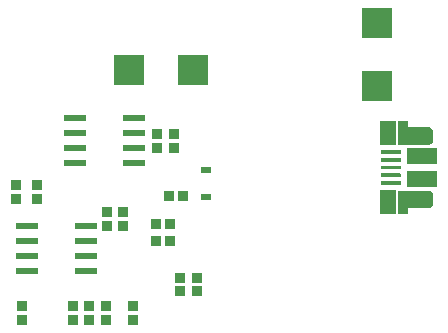
<source format=gbr>
G04 EAGLE Gerber RS-274X export*
G75*
%MOMM*%
%FSLAX34Y34*%
%LPD*%
%INSolderpaste Top*%
%IPPOS*%
%AMOC8*
5,1,8,0,0,1.08239X$1,22.5*%
G01*
%ADD10R,1.981200X0.558800*%
%ADD11R,0.900000X0.850000*%
%ADD12R,0.850000X0.900000*%
%ADD13R,0.830000X0.630000*%
%ADD14R,1.460000X2.000000*%
%ADD15R,2.500000X1.425000*%
%ADD16R,2.499994X2.560397*%
%ADD17R,2.560397X2.499994*%

G36*
X438455Y269897D02*
X438455Y269897D01*
X438486Y269895D01*
X439221Y269978D01*
X439268Y269993D01*
X439331Y270003D01*
X440029Y270247D01*
X440072Y270272D01*
X440132Y270297D01*
X440758Y270690D01*
X440793Y270724D01*
X440846Y270761D01*
X441369Y271284D01*
X441397Y271325D01*
X441440Y271372D01*
X441834Y271998D01*
X441851Y272045D01*
X441883Y272101D01*
X442127Y272799D01*
X442134Y272848D01*
X442152Y272909D01*
X442235Y273644D01*
X442233Y273671D01*
X442238Y273701D01*
X442238Y281067D01*
X442233Y281093D01*
X442235Y281124D01*
X442159Y281802D01*
X442144Y281849D01*
X442133Y281913D01*
X441908Y282557D01*
X441883Y282599D01*
X441859Y282659D01*
X441496Y283237D01*
X441462Y283273D01*
X441425Y283326D01*
X440942Y283809D01*
X440901Y283836D01*
X440853Y283880D01*
X440275Y284243D01*
X440229Y284260D01*
X440173Y284292D01*
X439529Y284517D01*
X439480Y284524D01*
X439418Y284543D01*
X438740Y284619D01*
X438713Y284617D01*
X438683Y284622D01*
X421410Y284622D01*
X421410Y289195D01*
X421409Y289200D01*
X421410Y289205D01*
X421389Y289298D01*
X421371Y289392D01*
X421368Y289396D01*
X421367Y289401D01*
X421311Y289479D01*
X421258Y289557D01*
X421254Y289560D01*
X421251Y289564D01*
X421169Y289615D01*
X421090Y289667D01*
X421085Y289667D01*
X421080Y289670D01*
X420903Y289702D01*
X413029Y289702D01*
X413024Y289701D01*
X413019Y289702D01*
X412926Y289681D01*
X412833Y289663D01*
X412828Y289660D01*
X412823Y289659D01*
X412745Y289603D01*
X412667Y289550D01*
X412664Y289546D01*
X412660Y289543D01*
X412609Y289461D01*
X412557Y289382D01*
X412557Y289377D01*
X412554Y289372D01*
X412522Y289195D01*
X412522Y270399D01*
X412523Y270394D01*
X412522Y270389D01*
X412543Y270296D01*
X412561Y270203D01*
X412564Y270198D01*
X412565Y270193D01*
X412621Y270115D01*
X412674Y270037D01*
X412678Y270034D01*
X412681Y270030D01*
X412763Y269979D01*
X412842Y269927D01*
X412847Y269927D01*
X412852Y269924D01*
X413029Y269892D01*
X438429Y269892D01*
X438455Y269897D01*
G37*
G36*
X420908Y211312D02*
X420908Y211312D01*
X420913Y211311D01*
X421006Y211332D01*
X421100Y211351D01*
X421104Y211354D01*
X421109Y211355D01*
X421187Y211410D01*
X421265Y211464D01*
X421268Y211468D01*
X421272Y211471D01*
X421323Y211552D01*
X421375Y211632D01*
X421375Y211637D01*
X421378Y211641D01*
X421410Y211819D01*
X421410Y216391D01*
X438683Y216391D01*
X438709Y216397D01*
X438740Y216395D01*
X439418Y216471D01*
X439465Y216486D01*
X439529Y216496D01*
X440173Y216722D01*
X440215Y216747D01*
X440275Y216771D01*
X440853Y217134D01*
X440889Y217168D01*
X440942Y217205D01*
X441425Y217688D01*
X441452Y217729D01*
X441496Y217776D01*
X441859Y218354D01*
X441876Y218401D01*
X441908Y218457D01*
X442133Y219101D01*
X442140Y219150D01*
X442159Y219212D01*
X442235Y219890D01*
X442233Y219916D01*
X442238Y219947D01*
X442238Y227313D01*
X442233Y227339D01*
X442235Y227369D01*
X442152Y228104D01*
X442137Y228151D01*
X442127Y228215D01*
X441883Y228913D01*
X441858Y228955D01*
X441834Y229015D01*
X441440Y229641D01*
X441406Y229677D01*
X441369Y229730D01*
X440846Y230253D01*
X440805Y230280D01*
X440758Y230324D01*
X440132Y230717D01*
X440085Y230735D01*
X440029Y230766D01*
X439331Y231011D01*
X439282Y231017D01*
X439221Y231036D01*
X438486Y231119D01*
X438459Y231116D01*
X438429Y231122D01*
X413029Y231122D01*
X413024Y231121D01*
X413019Y231122D01*
X412926Y231101D01*
X412833Y231082D01*
X412828Y231079D01*
X412823Y231078D01*
X412745Y231023D01*
X412667Y230970D01*
X412664Y230965D01*
X412660Y230962D01*
X412609Y230881D01*
X412557Y230802D01*
X412557Y230796D01*
X412554Y230792D01*
X412522Y230615D01*
X412522Y211819D01*
X412523Y211814D01*
X412522Y211808D01*
X412543Y211715D01*
X412561Y211622D01*
X412564Y211618D01*
X412565Y211613D01*
X412621Y211535D01*
X412674Y211456D01*
X412678Y211453D01*
X412681Y211449D01*
X412763Y211399D01*
X412842Y211347D01*
X412847Y211346D01*
X412852Y211343D01*
X413029Y211311D01*
X420903Y211311D01*
X420908Y211312D01*
G37*
G36*
X414603Y262077D02*
X414603Y262077D01*
X414620Y262074D01*
X414669Y262096D01*
X414720Y262111D01*
X414732Y262124D01*
X414747Y262131D01*
X414777Y262176D01*
X414812Y262216D01*
X414815Y262233D01*
X414824Y262248D01*
X414835Y262321D01*
X414835Y264821D01*
X414831Y264835D01*
X414833Y264847D01*
X414832Y264849D01*
X414833Y264854D01*
X414811Y264904D01*
X414796Y264955D01*
X414783Y264966D01*
X414776Y264982D01*
X414731Y265012D01*
X414691Y265047D01*
X414674Y265050D01*
X414660Y265059D01*
X414586Y265070D01*
X398336Y265070D01*
X398320Y265065D01*
X398303Y265068D01*
X398254Y265046D01*
X398202Y265031D01*
X398191Y265018D01*
X398175Y265011D01*
X398145Y264966D01*
X398110Y264926D01*
X398107Y264909D01*
X398098Y264895D01*
X398087Y264821D01*
X398087Y262321D01*
X398092Y262305D01*
X398089Y262288D01*
X398111Y262238D01*
X398126Y262187D01*
X398139Y262176D01*
X398146Y262160D01*
X398191Y262130D01*
X398231Y262095D01*
X398248Y262092D01*
X398263Y262083D01*
X398336Y262072D01*
X414586Y262072D01*
X414603Y262077D01*
G37*
G36*
X414603Y255577D02*
X414603Y255577D01*
X414620Y255574D01*
X414669Y255596D01*
X414720Y255611D01*
X414732Y255624D01*
X414747Y255631D01*
X414777Y255676D01*
X414812Y255716D01*
X414815Y255733D01*
X414824Y255748D01*
X414835Y255821D01*
X414835Y258321D01*
X414831Y258335D01*
X414833Y258347D01*
X414832Y258349D01*
X414833Y258354D01*
X414811Y258404D01*
X414796Y258455D01*
X414783Y258466D01*
X414776Y258482D01*
X414731Y258512D01*
X414691Y258547D01*
X414674Y258550D01*
X414660Y258559D01*
X414586Y258570D01*
X398336Y258570D01*
X398320Y258565D01*
X398303Y258568D01*
X398254Y258546D01*
X398202Y258531D01*
X398191Y258518D01*
X398175Y258511D01*
X398145Y258466D01*
X398110Y258426D01*
X398107Y258409D01*
X398098Y258395D01*
X398087Y258321D01*
X398087Y255821D01*
X398092Y255805D01*
X398089Y255788D01*
X398111Y255738D01*
X398126Y255687D01*
X398139Y255676D01*
X398146Y255660D01*
X398191Y255630D01*
X398231Y255595D01*
X398248Y255592D01*
X398263Y255583D01*
X398336Y255572D01*
X414586Y255572D01*
X414603Y255577D01*
G37*
G36*
X414603Y249077D02*
X414603Y249077D01*
X414620Y249074D01*
X414669Y249096D01*
X414720Y249111D01*
X414732Y249124D01*
X414747Y249131D01*
X414777Y249176D01*
X414812Y249216D01*
X414815Y249233D01*
X414824Y249248D01*
X414835Y249321D01*
X414835Y251821D01*
X414831Y251835D01*
X414833Y251847D01*
X414832Y251849D01*
X414833Y251854D01*
X414811Y251904D01*
X414796Y251955D01*
X414783Y251966D01*
X414776Y251982D01*
X414731Y252012D01*
X414691Y252047D01*
X414674Y252050D01*
X414660Y252059D01*
X414586Y252070D01*
X398336Y252070D01*
X398320Y252065D01*
X398303Y252068D01*
X398254Y252046D01*
X398202Y252031D01*
X398191Y252018D01*
X398175Y252011D01*
X398145Y251966D01*
X398110Y251926D01*
X398107Y251909D01*
X398098Y251895D01*
X398087Y251821D01*
X398087Y249321D01*
X398092Y249305D01*
X398089Y249288D01*
X398111Y249238D01*
X398126Y249187D01*
X398139Y249176D01*
X398146Y249160D01*
X398191Y249130D01*
X398231Y249095D01*
X398248Y249092D01*
X398263Y249083D01*
X398336Y249072D01*
X414586Y249072D01*
X414603Y249077D01*
G37*
G36*
X414603Y242577D02*
X414603Y242577D01*
X414620Y242574D01*
X414669Y242596D01*
X414720Y242611D01*
X414732Y242624D01*
X414747Y242631D01*
X414777Y242676D01*
X414812Y242716D01*
X414815Y242733D01*
X414824Y242748D01*
X414835Y242821D01*
X414835Y245321D01*
X414831Y245335D01*
X414833Y245347D01*
X414832Y245349D01*
X414833Y245354D01*
X414811Y245404D01*
X414796Y245455D01*
X414783Y245466D01*
X414776Y245482D01*
X414731Y245512D01*
X414691Y245547D01*
X414674Y245550D01*
X414660Y245559D01*
X414586Y245570D01*
X398336Y245570D01*
X398320Y245565D01*
X398303Y245568D01*
X398254Y245546D01*
X398202Y245531D01*
X398191Y245518D01*
X398175Y245511D01*
X398145Y245466D01*
X398110Y245426D01*
X398107Y245409D01*
X398098Y245395D01*
X398087Y245321D01*
X398087Y242821D01*
X398092Y242805D01*
X398089Y242788D01*
X398111Y242738D01*
X398126Y242687D01*
X398139Y242676D01*
X398146Y242660D01*
X398191Y242630D01*
X398231Y242595D01*
X398248Y242592D01*
X398263Y242583D01*
X398336Y242572D01*
X414586Y242572D01*
X414603Y242577D01*
G37*
G36*
X414603Y236077D02*
X414603Y236077D01*
X414620Y236074D01*
X414669Y236096D01*
X414720Y236111D01*
X414732Y236124D01*
X414747Y236131D01*
X414777Y236176D01*
X414812Y236216D01*
X414815Y236233D01*
X414824Y236248D01*
X414835Y236321D01*
X414835Y238821D01*
X414831Y238835D01*
X414833Y238847D01*
X414832Y238849D01*
X414833Y238854D01*
X414811Y238904D01*
X414796Y238955D01*
X414783Y238966D01*
X414776Y238982D01*
X414731Y239012D01*
X414691Y239047D01*
X414674Y239050D01*
X414660Y239059D01*
X414586Y239070D01*
X398336Y239070D01*
X398320Y239065D01*
X398303Y239068D01*
X398254Y239046D01*
X398202Y239031D01*
X398191Y239018D01*
X398175Y239011D01*
X398145Y238966D01*
X398110Y238926D01*
X398107Y238909D01*
X398098Y238895D01*
X398087Y238821D01*
X398087Y236321D01*
X398092Y236305D01*
X398089Y236288D01*
X398111Y236238D01*
X398126Y236187D01*
X398139Y236176D01*
X398146Y236160D01*
X398191Y236130D01*
X398231Y236095D01*
X398248Y236092D01*
X398263Y236083D01*
X398336Y236072D01*
X414586Y236072D01*
X414603Y236077D01*
G37*
D10*
X98806Y200914D03*
X98806Y188214D03*
X98806Y175514D03*
X98806Y162814D03*
X148082Y162814D03*
X148082Y175514D03*
X148082Y188214D03*
X148082Y200914D03*
X139446Y292354D03*
X139446Y279654D03*
X139446Y266954D03*
X139446Y254254D03*
X188722Y254254D03*
X188722Y266954D03*
X188722Y279654D03*
X188722Y292354D03*
D11*
X89154Y235924D03*
X89154Y224324D03*
X188214Y121454D03*
X188214Y133054D03*
X165354Y133054D03*
X165354Y121454D03*
X151384Y133054D03*
X151384Y121454D03*
X137414Y133054D03*
X137414Y121454D03*
D12*
X207560Y202438D03*
X219160Y202438D03*
X207560Y188595D03*
X219160Y188595D03*
X219117Y226060D03*
X230717Y226060D03*
D13*
X249809Y248863D03*
X249809Y225863D03*
D14*
X403777Y279571D03*
X403777Y221571D03*
D15*
X433277Y240946D03*
X433277Y260196D03*
D11*
X94234Y121454D03*
X94234Y133054D03*
X106934Y224324D03*
X106934Y235924D03*
D16*
X394716Y319353D03*
X394716Y372797D03*
D17*
X238685Y333375D03*
X185241Y333375D03*
D11*
X166116Y201337D03*
X166116Y212937D03*
X179832Y201337D03*
X179832Y212937D03*
X242443Y157438D03*
X242443Y145838D03*
X228092Y157438D03*
X228092Y145838D03*
X208915Y278723D03*
X208915Y267123D03*
X222631Y278723D03*
X222631Y267123D03*
M02*

</source>
